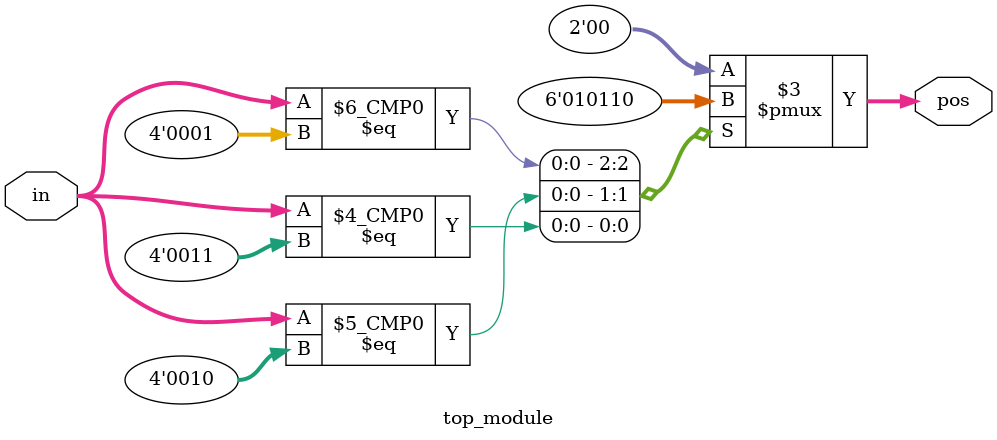
<source format=sv>
module top_module (
	input [3:0] in,
	output reg [1:0] pos
);

	always @(*)
	begin
		case(in)
			4'b0000: pos = 2'b00;
			4'b0001: pos = 2'b01;
			4'b0010: pos = 2'b01;
			4'b0011: pos = 2'b10;
			default: pos = 2'b00;
		endcase
	end
endmodule

</source>
